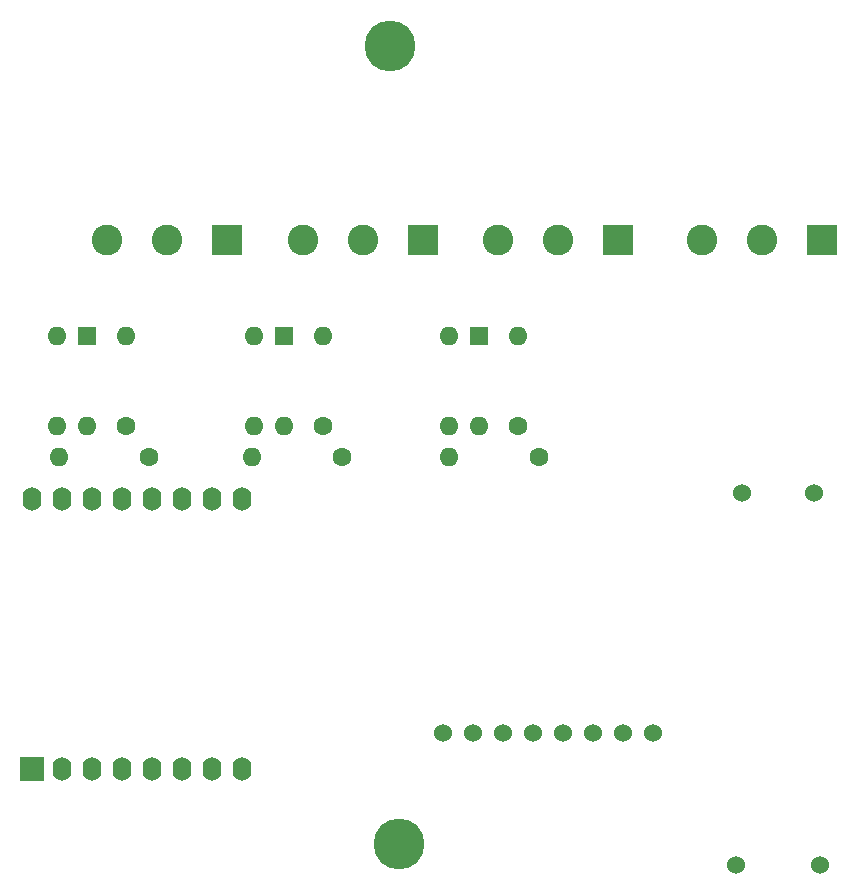
<source format=gbr>
%TF.GenerationSoftware,KiCad,Pcbnew,(6.0.7)*%
%TF.CreationDate,2023-01-04T14:37:49+01:00*%
%TF.ProjectId,s0 interface,73302069-6e74-4657-9266-6163652e6b69,rev?*%
%TF.SameCoordinates,Original*%
%TF.FileFunction,Soldermask,Top*%
%TF.FilePolarity,Negative*%
%FSLAX46Y46*%
G04 Gerber Fmt 4.6, Leading zero omitted, Abs format (unit mm)*
G04 Created by KiCad (PCBNEW (6.0.7)) date 2023-01-04 14:37:49*
%MOMM*%
%LPD*%
G01*
G04 APERTURE LIST*
%ADD10R,2.600000X2.600000*%
%ADD11C,2.600000*%
%ADD12R,1.600000X1.600000*%
%ADD13O,1.600000X1.600000*%
%ADD14C,4.300000*%
%ADD15C,1.524000*%
%ADD16C,1.600000*%
%ADD17R,2.000000X2.000000*%
%ADD18O,1.600000X2.000000*%
G04 APERTURE END LIST*
D10*
%TO.C,P1-input1*%
X224790000Y-51308000D03*
D11*
X219710000Y-51308000D03*
X214630000Y-51308000D03*
%TD*%
D12*
%TO.C,IC6*%
X162561000Y-59482000D03*
D13*
X160021000Y-59482000D03*
X160021000Y-67102000D03*
X162561000Y-67102000D03*
%TD*%
D14*
%TO.C,REF\u002A\u002A*%
X188137800Y-34925000D03*
%TD*%
D10*
%TO.C,S0-3*%
X207518000Y-51308000D03*
D11*
X202438000Y-51308000D03*
X197358000Y-51308000D03*
%TD*%
D10*
%TO.C,S0-2*%
X191008000Y-51308000D03*
D11*
X185928000Y-51308000D03*
X180848000Y-51308000D03*
%TD*%
D15*
%TO.C,IC2*%
X210439000Y-93091000D03*
X207899000Y-93091000D03*
X205359000Y-93091000D03*
X202819000Y-93091000D03*
X200279000Y-93091000D03*
X197739000Y-93091000D03*
X195199000Y-93091000D03*
X192659000Y-93091000D03*
%TD*%
D16*
%TO.C,R10*%
X165811200Y-67056000D03*
D13*
X165811200Y-59436000D03*
%TD*%
D16*
%TO.C,R8*%
X199034400Y-67081400D03*
D13*
X199034400Y-59461400D03*
%TD*%
D12*
%TO.C,IC5*%
X179198000Y-59482000D03*
D13*
X176658000Y-59482000D03*
X176658000Y-67102000D03*
X179198000Y-67102000D03*
%TD*%
D15*
%TO.C,DC1*%
X224060000Y-72739000D03*
X217964000Y-72739000D03*
X224568000Y-104235000D03*
X217456000Y-104235000D03*
%TD*%
D12*
%TO.C,IC4*%
X195713000Y-59492000D03*
D13*
X193173000Y-59492000D03*
X193173000Y-67112000D03*
X195713000Y-67112000D03*
%TD*%
D16*
%TO.C,R9*%
X182524400Y-67056000D03*
D13*
X182524400Y-59436000D03*
%TD*%
D16*
%TO.C,R3*%
X167767000Y-69723000D03*
D13*
X160147000Y-69723000D03*
%TD*%
D16*
%TO.C,R5*%
X200787000Y-69723000D03*
D13*
X193167000Y-69723000D03*
%TD*%
D16*
%TO.C,R4*%
X184150000Y-69723000D03*
D13*
X176530000Y-69723000D03*
%TD*%
D17*
%TO.C,IC1*%
X157886400Y-96162000D03*
D18*
X160426400Y-96162000D03*
X162966400Y-96162000D03*
X165506400Y-96162000D03*
X168046400Y-96162000D03*
X170586400Y-96162000D03*
X173126400Y-96162000D03*
X175666400Y-96162000D03*
X175666400Y-73302000D03*
X173126400Y-73302000D03*
X170586400Y-73302000D03*
X168046400Y-73302000D03*
X165506400Y-73302000D03*
X162966400Y-73302000D03*
X160426400Y-73302000D03*
X157886400Y-73302000D03*
%TD*%
D14*
%TO.C,REF\u002A\u002A*%
X188976000Y-102489000D03*
%TD*%
D10*
%TO.C,S0-1*%
X174371000Y-51308000D03*
D11*
X169291000Y-51308000D03*
X164211000Y-51308000D03*
%TD*%
M02*

</source>
